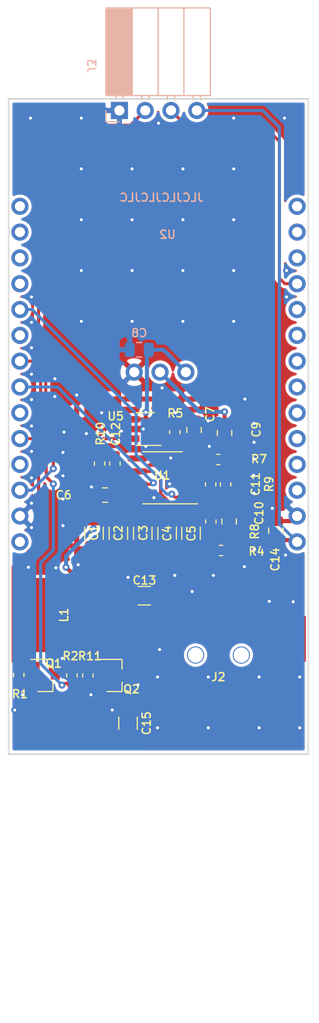
<source format=kicad_pcb>
(kicad_pcb (version 20171130) (host pcbnew "(5.1.6-0-10_14)")
  (layers (0 F.Cu signal) (1 In1.Cu power) (2 In2.Cu power) (31 B.Cu signal) (34 B.Paste user hide) (35 F.Paste user hide) (36 B.SilkS user) (37 F.SilkS user) (38 B.Mask user hide) (39 F.Mask user hide) (44 Edge.Cuts user))
  (net 0 "")
  (net 1 +5V)
  (net 2 GND)
  (net 3 "Net-(C7-Pad1)")
  (net 4 "Net-(R5-Pad2)")
  (net 5 "Net-(C1-Pad1)")
  (net 6 "Net-(C10-Pad2)")
  (net 7 "Net-(J2-Pad1)")
  (net 8 GPS_RX)
  (net 9 GPS_TX)
  (net 10 "Net-(C9-Pad2)")
  (net 11 "Net-(C9-Pad1)")
  (net 12 "Net-(C11-Pad2)")
  (net 13 "Net-(L1-Pad1)")
  (net 14 RADAR_ON)
  (net 15 LIGHT_ON)
  (net 16 "Net-(C2-Pad2)")
  (net 17 "Net-(C12-Pad2)")
  (net 18 "Net-(J1-Pad4)")
  (net 19 "Net-(J1-Pad3)")
  (net 20 "Net-(J1-Pad2)")
  (net 21 "Net-(J2-Pad3)")
  (net 22 "Net-(J2-Pad2)")
  (net 23 "Net-(U3-PadR3)")
  (net 24 "Net-(U3-PadR5)")
  (net 25 "Net-(U3-PadR14)")
  (net 26 "Net-(U3-PadR10)")
  (net 27 "Net-(U3-PadR9)")
  (net 28 "Net-(U3-PadR13)")
  (net 29 "Net-(U3-PadR8)")
  (net 30 "Net-(U3-PadR6)")
  (net 31 "Net-(U3-PadR12)")
  (net 32 "Net-(U3-PadR7)")
  (net 33 "Net-(U3-PadR4)")
  (net 34 "Net-(U3-PadL14)")
  (net 35 "Net-(U3-PadL13)")
  (net 36 "Net-(U3-PadL12)")
  (net 37 "Net-(U3-PadL11)")
  (net 38 "Net-(U3-PadL9)")
  (net 39 "Net-(U3-PadL6)")
  (net 40 "Net-(U3-PadL4)")
  (net 41 "Net-(U3-PadL1)")
  (net 42 "Net-(Q2-Pad1)")
  (net 43 "Net-(C6-Pad1)")
  (net 44 RADAR_OUT1)
  (net 45 RADAR_OUT2)
  (module a_manne:turtleboard (layer B.Cu) (at 100.1 100.3)
    (fp_text reference U3 hide)
    (fp_text value Turtle_adapter)
    (pad R3 thru_hole circle (at 13.64 6.32) (size 1.7 1.7) (drill 1) (layers *.Cu *.Mask) (net 23 "Net-(U3-PadR3)"))
    (pad R2 thru_hole circle (at 13.64 8.86) (size 1.7 1.7) (drill 1) (layers *.Cu *.Mask) (net 2 GND))
    (pad R5 thru_hole circle (at 13.64 1.24) (size 1.7 1.7) (drill 1) (layers *.Cu *.Mask) (net 24 "Net-(U3-PadR5)"))
    (pad R14 thru_hole circle (at 13.64 -21.62) (size 1.7 1.7) (drill 1) (layers *.Cu *.Mask) (net 25 "Net-(U3-PadR14)"))
    (pad R10 thru_hole circle (at 13.64 -11.46) (size 1.7 1.7) (drill 1) (layers *.Cu *.Mask) (net 26 "Net-(U3-PadR10)"))
    (pad R9 thru_hole circle (at 13.64 -8.92) (size 1.7 1.7) (drill 1) (layers *.Cu *.Mask) (net 27 "Net-(U3-PadR9)"))
    (pad R13 thru_hole circle (at 13.64 -19.08) (size 1.7 1.7) (drill 1) (layers *.Cu *.Mask) (net 28 "Net-(U3-PadR13)"))
    (pad R8 thru_hole circle (at 13.64 -6.38) (size 1.7 1.7) (drill 1) (layers *.Cu *.Mask) (net 29 "Net-(U3-PadR8)"))
    (pad R6 thru_hole circle (at 13.64 -1.3) (size 1.7 1.7) (drill 1) (layers *.Cu *.Mask) (net 30 "Net-(U3-PadR6)"))
    (pad R12 thru_hole circle (at 13.64 -16.54) (size 1.7 1.7) (drill 1) (layers *.Cu *.Mask) (net 31 "Net-(U3-PadR12)"))
    (pad R7 thru_hole circle (at 13.64 -3.84) (size 1.7 1.7) (drill 1) (layers *.Cu *.Mask) (net 32 "Net-(U3-PadR7)"))
    (pad R11 thru_hole circle (at 13.64 -14) (size 1.7 1.7) (drill 1) (layers *.Cu *.Mask) (net 8 GPS_RX))
    (pad R1 thru_hole circle (at 13.64 11.4) (size 1.7 1.7) (drill 1) (layers *.Cu *.Mask) (net 1 +5V))
    (pad R4 thru_hole circle (at 13.64 3.78) (size 1.7 1.7) (drill 1) (layers *.Cu *.Mask) (net 33 "Net-(U3-PadR4)"))
    (pad L14 thru_hole circle (at -13.64 -21.62) (size 1.7 1.7) (drill 1) (layers *.Cu *.Mask) (net 34 "Net-(U3-PadL14)"))
    (pad L13 thru_hole circle (at -13.64 -19.08) (size 1.7 1.7) (drill 1) (layers *.Cu *.Mask) (net 35 "Net-(U3-PadL13)"))
    (pad L12 thru_hole circle (at -13.64 -16.54) (size 1.7 1.7) (drill 1) (layers *.Cu *.Mask) (net 36 "Net-(U3-PadL12)"))
    (pad L11 thru_hole circle (at -13.64 -14) (size 1.7 1.7) (drill 1) (layers *.Cu *.Mask) (net 37 "Net-(U3-PadL11)"))
    (pad L10 thru_hole circle (at -13.64 -11.46) (size 1.7 1.7) (drill 1) (layers *.Cu *.Mask) (net 44 RADAR_OUT1))
    (pad L9 thru_hole circle (at -13.64 -8.92) (size 1.7 1.7) (drill 1) (layers *.Cu *.Mask) (net 38 "Net-(U3-PadL9)"))
    (pad L8 thru_hole circle (at -13.64 -6.38) (size 1.7 1.7) (drill 1) (layers *.Cu *.Mask) (net 15 LIGHT_ON))
    (pad L7 thru_hole circle (at -13.64 -3.84) (size 1.7 1.7) (drill 1) (layers *.Cu *.Mask) (net 45 RADAR_OUT2))
    (pad L6 thru_hole circle (at -13.64 -1.3) (size 1.7 1.7) (drill 1) (layers *.Cu *.Mask) (net 39 "Net-(U3-PadL6)"))
    (pad L5 thru_hole circle (at -13.64 1.24) (size 1.7 1.7) (drill 1) (layers *.Cu *.Mask) (net 14 RADAR_ON))
    (pad L4 thru_hole circle (at -13.64 3.78) (size 1.7 1.7) (drill 1) (layers *.Cu *.Mask) (net 40 "Net-(U3-PadL4)"))
    (pad L3 thru_hole circle (at -13.64 6.32) (size 1.7 1.7) (drill 1) (layers *.Cu *.Mask) (net 9 GPS_TX))
    (pad L2 thru_hole circle (at -13.64 8.86) (size 1.7 1.7) (drill 1) (layers *.Cu *.Mask) (net 2 GND))
    (pad L1 thru_hole circle (at -13.64 11.4) (size 1.7 1.7) (drill 1) (layers *.Cu *.Mask) (net 41 "Net-(U3-PadL1)"))
  )
  (module a_manne:pa4319 (layer F.Cu) (at 90.8 118.9 90)
    (fp_text reference L1 (at -0.01 0 90 unlocked) (layer F.SilkS) (effects (font (size 0.8 0.8))))
    (fp_text value 100u)
    (pad 2 smd rect (at 0 2.9 90) (size 7.3 3.5) (layers F.Cu F.Paste F.Mask) (net 5 "Net-(C1-Pad1)"))
    (pad 1 smd rect (at 0 -2.9 90) (size 7.3 3.5) (layers F.Cu F.Paste F.Mask) (net 13 "Net-(L1-Pad1)"))
  )
  (module Resistor_SMD:R_0603_1608Metric (layer F.Cu) (at 91.58 124.84 270)
    (fp_text reference R2 (at -1.9 0.14 unlocked) (layer F.SilkS) (effects (font (size 0.8 0.8))))
    (fp_text value 500)
    (pad 2 smd roundrect (at 0.7875 0 270) (size 0.875 0.95) (layers F.Cu F.Paste F.Mask) (net 15 LIGHT_ON))
    (pad 1 smd roundrect (at -0.7875 0 270) (size 0.875 0.95) (layers F.Cu F.Paste F.Mask) (net 42 "Net-(Q2-Pad1)"))
  )
  (module Capacitor_SMD:C_1206_3216Metric_Pad1.42x1.75mm_HandSolder (layer F.Cu) (at 97.1 129.55 270)
    (fp_text reference C15 (at 0 -1.82 90 unlocked) (layer F.SilkS) (effects (font (size 0.8 0.8))))
    (fp_text value 100u)
    (pad 2 smd roundrect (at 1.4875 0 270) (size 1.425 1.75) (layers F.Cu F.Paste F.Mask) (roundrect_rratio 0.175439) (net 2 GND))
    (pad 1 smd roundrect (at -1.4875 0 270) (size 1.425 1.75) (layers F.Cu F.Paste F.Mask) (roundrect_rratio 0.175439) (net 1 +5V))
  )
  (module Capacitor_SMD:C_1206_3216Metric_Pad1.42x1.75mm_HandSolder (layer F.Cu) (at 98.71 117 180)
    (fp_text reference C13 (at 0 1.51 unlocked) (layer F.SilkS) (effects (font (size 0.8 0.8))))
    (fp_text value 100u)
    (pad 2 smd roundrect (at 1.4875 0 180) (size 1.425 1.75) (layers F.Cu F.Paste F.Mask) (roundrect_rratio 0.175439) (net 2 GND))
    (pad 1 smd roundrect (at -1.4875 0 180) (size 1.425 1.75) (layers F.Cu F.Paste F.Mask) (roundrect_rratio 0.175439) (net 1 +5V))
  )
  (module Capacitor_SMD:C_1206_3216Metric_Pad1.42x1.75mm_HandSolder (layer F.Cu) (at 103.3 110.85 270)
    (fp_text reference C5 (at 0.03 -0.02 90 unlocked) (layer F.SilkS) (effects (font (size 0.8 0.8))))
    (fp_text value 100u)
    (pad 2 smd roundrect (at 1.4875 0 270) (size 1.425 1.75) (layers F.Cu F.Paste F.Mask) (roundrect_rratio 0.175439) (net 16 "Net-(C2-Pad2)"))
    (pad 1 smd roundrect (at -1.4875 0 270) (size 1.425 1.75) (layers F.Cu F.Paste F.Mask) (roundrect_rratio 0.175439) (net 5 "Net-(C1-Pad1)"))
  )
  (module Capacitor_SMD:C_1206_3216Metric_Pad1.42x1.75mm_HandSolder (layer F.Cu) (at 100.95 110.85 270)
    (fp_text reference C4 (at 0.02 0 90 unlocked) (layer F.SilkS) (effects (font (size 0.8 0.8))))
    (fp_text value 100u)
    (pad 2 smd roundrect (at 1.4875 0 270) (size 1.425 1.75) (layers F.Cu F.Paste F.Mask) (roundrect_rratio 0.175439) (net 16 "Net-(C2-Pad2)"))
    (pad 1 smd roundrect (at -1.4875 0 270) (size 1.425 1.75) (layers F.Cu F.Paste F.Mask) (roundrect_rratio 0.175439) (net 5 "Net-(C1-Pad1)"))
  )
  (module Capacitor_SMD:C_1206_3216Metric_Pad1.42x1.75mm_HandSolder (layer F.Cu) (at 98.55 110.85 270)
    (fp_text reference C3 (at -0.03 -0.05 90 unlocked) (layer F.SilkS) (effects (font (size 0.8 0.8))))
    (fp_text value 100u)
    (pad 2 smd roundrect (at 1.4875 0 270) (size 1.425 1.75) (layers F.Cu F.Paste F.Mask) (roundrect_rratio 0.175439) (net 16 "Net-(C2-Pad2)"))
    (pad 1 smd roundrect (at -1.4875 0 270) (size 1.425 1.75) (layers F.Cu F.Paste F.Mask) (roundrect_rratio 0.175439) (net 5 "Net-(C1-Pad1)"))
  )
  (module Capacitor_SMD:C_1206_3216Metric_Pad1.42x1.75mm_HandSolder (layer F.Cu) (at 96.15 110.85 270)
    (fp_text reference C2 (at -0.01 0 90 unlocked) (layer F.SilkS) (effects (font (size 0.8 0.8))))
    (fp_text value 100u)
    (pad 2 smd roundrect (at 1.4875 0 270) (size 1.425 1.75) (layers F.Cu F.Paste F.Mask) (roundrect_rratio 0.175439) (net 16 "Net-(C2-Pad2)"))
    (pad 1 smd roundrect (at -1.4875 0 270) (size 1.425 1.75) (layers F.Cu F.Paste F.Mask) (roundrect_rratio 0.175439) (net 5 "Net-(C1-Pad1)"))
  )
  (module Capacitor_SMD:C_1206_3216Metric_Pad1.42x1.75mm_HandSolder (layer F.Cu) (at 93.75 110.85 270)
    (fp_text reference C1 (at -0.04 0.01 90 unlocked) (layer F.SilkS) (effects (font (size 0.8 0.8))))
    (fp_text value 100u)
    (pad 2 smd roundrect (at 1.4875 0 270) (size 1.425 1.75) (layers F.Cu F.Paste F.Mask) (roundrect_rratio 0.175439) (net 2 GND))
    (pad 1 smd roundrect (at -1.4875 0 270) (size 1.425 1.75) (layers F.Cu F.Paste F.Mask) (roundrect_rratio 0.175439) (net 5 "Net-(C1-Pad1)"))
  )
  (module Resistor_SMD:R_0603_1608Metric (layer F.Cu) (at 93.15 124.85 90)
    (fp_text reference R11 (at 1.91 0.19 unlocked) (layer F.SilkS) (effects (font (size 0.8 0.8))))
    (fp_text value 47k)
    (pad 2 smd roundrect (at 0.7875 0 90) (size 0.875 0.95) (layers F.Cu F.Paste F.Mask) (net 42 "Net-(Q2-Pad1)"))
    (pad 1 smd roundrect (at -0.7875 0 90) (size 0.875 0.95) (layers F.Cu F.Paste F.Mask) (net 1 +5V))
  )
  (module Resistor_SMD:R_0603_1608Metric (layer F.Cu) (at 94.3 104 90)
    (fp_text reference R10 (at 2.95 0.09 90 unlocked) (layer F.SilkS) (effects (font (size 0.8 0.8))))
    (fp_text value 590k)
    (pad 2 smd roundrect (at 0.7875 0 90) (size 0.875 0.95) (layers F.Cu F.Paste F.Mask) (net 17 "Net-(C12-Pad2)"))
    (pad 1 smd roundrect (at -0.7875 0 90) (size 0.875 0.95) (layers F.Cu F.Paste F.Mask) (net 45 RADAR_OUT2))
  )
  (module Resistor_SMD:R_0603_1608Metric (layer F.Cu) (at 106.7 106.05 90)
    (fp_text reference R9 (at 0.03 4.28 90 unlocked) (layer F.SilkS) (effects (font (size 0.8 0.8))))
    (fp_text value 590k)
    (pad 2 smd roundrect (at 0.7875 0 90) (size 0.875 0.95) (layers F.Cu F.Paste F.Mask) (net 12 "Net-(C11-Pad2)"))
    (pad 1 smd roundrect (at -0.7875 0 90) (size 0.875 0.95) (layers F.Cu F.Paste F.Mask) (net 44 RADAR_OUT1))
  )
  (module Resistor_SMD:R_0603_1608Metric (layer F.Cu) (at 105.25 109.7 90)
    (fp_text reference R8 (at -0.99 4.32 90 unlocked) (layer F.SilkS) (effects (font (size 0.8 0.8))))
    (fp_text value 4k7)
    (pad 2 smd roundrect (at 0.7875 0 90) (size 0.875 0.95) (layers F.Cu F.Paste F.Mask) (net 17 "Net-(C12-Pad2)"))
    (pad 1 smd roundrect (at -0.7875 0 90) (size 0.875 0.95) (layers F.Cu F.Paste F.Mask) (net 6 "Net-(C10-Pad2)"))
  )
  (module Resistor_SMD:R_0603_1608Metric (layer F.Cu) (at 105.9875 103.6 180)
    (fp_text reference R7 (at -4.0025 0.05 unlocked) (layer F.SilkS) (effects (font (size 0.8 0.8))))
    (fp_text value 4k7)
    (pad 2 smd roundrect (at 0.7875 0 180) (size 0.875 0.95) (layers F.Cu F.Paste F.Mask) (net 12 "Net-(C11-Pad2)"))
    (pad 1 smd roundrect (at -0.7875 0 180) (size 0.875 0.95) (layers F.Cu F.Paste F.Mask) (net 11 "Net-(C9-Pad1)"))
  )
  (module Resistor_SMD:R_0603_1608Metric (layer F.Cu) (at 101.7 100.9 270)
    (fp_text reference R5 (at -1.85 -0.05 unlocked) (layer F.SilkS) (effects (font (size 0.8 0.8))))
    (fp_text value 4k7)
    (pad 2 smd roundrect (at 0.7875 0 270) (size 0.875 0.95) (layers F.Cu F.Paste F.Mask) (net 4 "Net-(R5-Pad2)"))
    (pad 1 smd roundrect (at -0.7875 0 270) (size 0.875 0.95) (layers F.Cu F.Paste F.Mask) (net 3 "Net-(C7-Pad1)"))
  )
  (module Resistor_SMD:R_0603_1608Metric (layer F.Cu) (at 106.25 112.55)
    (fp_text reference R4 (at 3.5 0.09 unlocked) (layer F.SilkS) (effects (font (size 0.8 0.8))))
    (fp_text value 1R0)
    (pad 2 smd roundrect (at 0.7875 0) (size 0.875 0.95) (layers F.Cu F.Paste F.Mask) (net 2 GND))
    (pad 1 smd roundrect (at -0.7875 0) (size 0.875 0.95) (layers F.Cu F.Paste F.Mask) (net 16 "Net-(C2-Pad2)"))
  )
  (module Resistor_SMD:R_0603_1608Metric (layer F.Cu) (at 86.35 124.8 90)
    (fp_text reference R1 (at -1.88 0.11 unlocked) (layer F.SilkS) (effects (font (size 0.8 0.8))))
    (fp_text value 47k)
    (pad 2 smd roundrect (at 0.7875 0 90) (size 0.875 0.95) (layers F.Cu F.Paste F.Mask) (net 14 RADAR_ON))
    (pad 1 smd roundrect (at -0.7875 0 90) (size 0.875 0.95) (layers F.Cu F.Paste F.Mask) (net 1 +5V))
  )
  (module Capacitor_SMD:C_0805_2012Metric (layer F.Cu) (at 111.65 110.59 90)
    (fp_text reference C14 (at -2.85 -0.07 90 unlocked) (layer F.SilkS) (effects (font (size 0.8 0.8))))
    (fp_text value 10u)
    (pad 2 smd roundrect (at 0.9375 0 90) (size 0.975 1.4) (layers F.Cu F.Paste F.Mask) (net 2 GND))
    (pad 1 smd roundrect (at -0.9375 0 90) (size 0.975 1.4) (layers F.Cu F.Paste F.Mask) (net 1 +5V))
  )
  (module Capacitor_SMD:C_0603_1608Metric (layer F.Cu) (at 105.23 106.05 90)
    (fp_text reference C11 (at 0.03 4.42 90 unlocked) (layer F.SilkS) (effects (font (size 0.8 0.8))))
    (fp_text value 270p)
    (pad 2 smd roundrect (at 0.7875 0 90) (size 0.875 0.95) (layers F.Cu F.Paste F.Mask) (net 12 "Net-(C11-Pad2)"))
    (pad 1 smd roundrect (at -0.7875 0 90) (size 0.875 0.95) (layers F.Cu F.Paste F.Mask) (net 44 RADAR_OUT1))
  )
  (module Capacitor_SMD:C_0805_2012Metric (layer F.Cu) (at 107.05 109.7 270)
    (fp_text reference C10 (at -0.83 -2.95 90 unlocked) (layer F.SilkS) (effects (font (size 0.8 0.8))))
    (fp_text value 10u)
    (pad 2 smd roundrect (at 0.9375 0 270) (size 0.975 1.4) (layers F.Cu F.Paste F.Mask) (net 6 "Net-(C10-Pad2)"))
    (pad 1 smd roundrect (at -0.9375 0 270) (size 0.975 1.4) (layers F.Cu F.Paste F.Mask) (net 44 RADAR_OUT1))
  )
  (module Capacitor_SMD:C_0805_2012Metric (layer F.Cu) (at 106.6 101 90)
    (fp_text reference C9 (at 0.35 3.12 90 unlocked) (layer F.SilkS) (effects (font (size 0.8 0.8))))
    (fp_text value 10u)
    (pad 2 smd roundrect (at 0.9375 0 90) (size 0.975 1.4) (layers F.Cu F.Paste F.Mask) (net 10 "Net-(C9-Pad2)"))
    (pad 1 smd roundrect (at -0.9375 0 90) (size 0.975 1.4) (layers F.Cu F.Paste F.Mask) (net 11 "Net-(C9-Pad1)"))
  )
  (module Capacitor_SMD:C_0805_2012Metric (layer B.Cu) (at 98.2 92.8 180)
    (fp_text reference C8 (at 0 1.65 unlocked) (layer B.SilkS) (effects (font (size 0.8 0.8)) (justify mirror)))
    (fp_text value 10u)
    (pad 2 smd roundrect (at 0.9375 0 180) (size 0.975 1.4) (layers B.Cu B.Paste B.Mask) (net 2 GND))
    (pad 1 smd roundrect (at -0.9375 0 180) (size 0.975 1.4) (layers B.Cu B.Paste B.Mask) (net 5 "Net-(C1-Pad1)"))
  )
  (module Capacitor_SMD:C_0805_2012Metric (layer F.Cu) (at 103.6 100.7 270)
    (fp_text reference C7 (at -1.55 -1.58 90 unlocked) (layer F.SilkS) (effects (font (size 0.8 0.8))))
    (fp_text value 10u)
    (pad 2 smd roundrect (at 0.9375 0 270) (size 0.975 1.4) (layers F.Cu F.Paste F.Mask) (net 2 GND))
    (pad 1 smd roundrect (at -0.9375 0 270) (size 0.975 1.4) (layers F.Cu F.Paste F.Mask) (net 3 "Net-(C7-Pad1)"))
  )
  (module Capacitor_SMD:C_0805_2012Metric (layer F.Cu) (at 94.85 107.1 180)
    (fp_text reference C6 (at 4.08 0 unlocked) (layer F.SilkS) (effects (font (size 0.8 0.8))))
    (fp_text value 10u)
    (pad 2 smd roundrect (at 0.9375 0 180) (size 0.975 1.4) (layers F.Cu F.Paste F.Mask) (net 2 GND))
    (pad 1 smd roundrect (at -0.9375 0 180) (size 0.975 1.4) (layers F.Cu F.Paste F.Mask) (net 43 "Net-(C6-Pad1)"))
  )
  (module Capacitor_SMD:C_0603_1608Metric (layer F.Cu) (at 95.81 104 90)
    (fp_text reference C12 (at 2.91 0.09 90 unlocked) (layer F.SilkS) (effects (font (size 0.8 0.8))))
    (fp_text value 270p)
    (pad 2 smd roundrect (at 0.7875 0 90) (size 0.875 0.95) (layers F.Cu F.Paste F.Mask) (net 17 "Net-(C12-Pad2)"))
    (pad 1 smd roundrect (at -0.7875 0 90) (size 0.875 0.95) (layers F.Cu F.Paste F.Mask) (net 45 RADAR_OUT2))
  )
  (module a_manne:sms-202c (layer F.Cu) (at 100.3 105.9)
    (fp_text reference U4 hide)
    (fp_text value emi_shield)
    (pad 1 smd rect (at 8.255 6.19125 270) (size 2.06375 0.5) (layers F.Cu F.Paste F.Mask) (net 2 GND))
    (pad 1 smd rect (at 6.19125 8.255 180) (size 2.06375 0.5) (layers F.Cu F.Paste F.Mask) (net 2 GND))
    (pad 1 smd rect (at -6.19125 8.255 180) (size 2.06375 0.5) (layers F.Cu F.Paste F.Mask) (net 2 GND))
    (pad 1 smd rect (at -8.255 6.19125 90) (size 2.06375 0.5) (layers F.Cu F.Paste F.Mask) (net 2 GND))
    (pad 1 smd rect (at -8.255 -6.19125 90) (size 2.06375 0.5) (layers F.Cu F.Paste F.Mask) (net 2 GND))
    (pad 1 smd rect (at -6.19125 -8.255) (size 2.06375 0.5) (layers F.Cu F.Paste F.Mask) (net 2 GND))
    (pad 1 smd rect (at 6.19125 -8.255) (size 2.06375 0.5) (layers F.Cu F.Paste F.Mask) (net 2 GND))
    (pad 1 smd rect (at 8.255 -6.19125 270) (size 2.06375 0.5) (layers F.Cu F.Paste F.Mask) (net 2 GND))
    (pad 1 smd rect (at -2.06375 8.255) (size 2.06375 0.5) (layers F.Cu F.Paste F.Mask) (net 2 GND))
    (pad 1 smd rect (at -4.1275 8.255) (size 2.06375 0.5) (layers F.Cu F.Paste F.Mask) (net 2 GND))
    (pad 1 smd rect (at -8.255 4.1275 270) (size 2.06375 0.5) (layers F.Cu F.Paste F.Mask) (net 2 GND))
    (pad 1 smd rect (at -8.255 2.06375 270) (size 2.06375 0.5) (layers F.Cu F.Paste F.Mask) (net 2 GND))
    (pad 1 smd rect (at -8.255 0 270) (size 2.06375 0.5) (layers F.Cu F.Paste F.Mask) (net 2 GND))
    (pad 1 smd rect (at -8.255 -2.06375 270) (size 2.06375 0.5) (layers F.Cu F.Paste F.Mask) (net 2 GND))
    (pad 1 smd rect (at -8.255 -4.1275 270) (size 2.06375 0.5) (layers F.Cu F.Paste F.Mask) (net 2 GND))
    (pad 1 smd rect (at -4.1275 -8.255 180) (size 2.06375 0.5) (layers F.Cu F.Paste F.Mask) (net 2 GND))
    (pad 1 smd rect (at -2.06375 -8.255 180) (size 2.06375 0.5) (layers F.Cu F.Paste F.Mask) (net 2 GND))
    (pad 1 smd rect (at 0 -8.255 180) (size 2.06375 0.5) (layers F.Cu F.Paste F.Mask) (net 2 GND))
    (pad 1 smd rect (at 2.06375 -8.255 180) (size 2.06375 0.5) (layers F.Cu F.Paste F.Mask) (net 2 GND))
    (pad 1 smd rect (at 4.1275 -8.255 180) (size 2.06375 0.5) (layers F.Cu F.Paste F.Mask) (net 2 GND))
    (pad 1 smd rect (at 8.255 -4.1275 90) (size 2.06375 0.5) (layers F.Cu F.Paste F.Mask) (net 2 GND))
    (pad 1 smd rect (at 8.255 -2.06375 90) (size 2.06375 0.5) (layers F.Cu F.Paste F.Mask) (net 2 GND))
    (pad 1 smd rect (at 8.255 0 90) (size 2.06375 0.5) (layers F.Cu F.Paste F.Mask) (net 2 GND))
    (pad 1 smd rect (at 8.255 2.06375 90) (size 2.06375 0.5) (layers F.Cu F.Paste F.Mask) (net 2 GND))
    (pad 1 smd rect (at 8.255 4.1275 90) (size 2.06375 0.5) (layers F.Cu F.Paste F.Mask) (net 2 GND))
    (pad 1 smd rect (at 4.1275 8.255) (size 2.06375 0.5) (layers F.Cu F.Paste F.Mask) (net 2 GND))
    (pad 1 smd rect (at 2.06375 8.255) (size 2.06375 0.5) (layers F.Cu F.Paste F.Mask) (net 2 GND))
    (pad 1 smd rect (at 0 8.255) (size 2.06375 0.5) (layers F.Cu F.Paste F.Mask) (net 2 GND))
  )
  (module a_manne:usb-a (layer F.Cu) (at 106 119 180)
    (fp_text reference J2 (at 0 -6 unlocked) (layer F.SilkS) (effects (font (size 0.8 0.8) (thickness 0.153))))
    (fp_text value USB_A)
    (pad "" thru_hole circle (at -2.25 -3.84 180) (size 1.7 1.7) (drill 1.5) (layers *.Cu *.Mask))
    (pad "" thru_hole circle (at 2.25 -3.84 180) (size 1.7 1.7) (drill 1.5) (layers *.Cu *.Mask))
    (pad 5 smd rect (at 7.5 -2.25 180) (size 2.2 4.5) (layers F.Cu F.Paste F.Mask) (net 2 GND))
    (pad 5 smd rect (at -7.5 -2.25 180) (size 2.2 4.5) (layers F.Cu F.Paste F.Mask) (net 2 GND))
    (pad 1 smd rect (at 3.5 0.2 180) (size 1.12 3.08) (layers F.Cu F.Paste F.Mask) (net 7 "Net-(J2-Pad1)"))
    (pad 2 smd rect (at 1 0.2 180) (size 1.12 3.08) (layers F.Cu F.Paste F.Mask) (net 22 "Net-(J2-Pad2)"))
    (pad 3 smd rect (at -1 0.2 180) (size 1.12 3.08) (layers F.Cu F.Paste F.Mask) (net 21 "Net-(J2-Pad3)"))
    (pad 4 smd rect (at -3.5 0.2 180) (size 1.12 3.08) (layers F.Cu F.Paste F.Mask) (net 2 GND))
  )
  (module Package_TO_SOT_SMD:SOT-23-5 (layer F.Cu) (at 98.8 100.6 180)
    (fp_text reference U5 (at 2.92 1.26 unlocked) (layer F.SilkS) (effects (font (size 0.8 0.8))))
    (fp_text value REF20xx)
    (pad 5 smd rect (at 1.1 -0.95 180) (size 1.06 0.65) (layers F.Cu F.Paste F.Mask) (net 43 "Net-(C6-Pad1)"))
    (pad 4 smd rect (at 1.1 0.95 180) (size 1.06 0.65) (layers F.Cu F.Paste F.Mask) (net 5 "Net-(C1-Pad1)"))
    (pad 3 smd rect (at -1.1 0.95 180) (size 1.06 0.65) (layers F.Cu F.Paste F.Mask) (net 5 "Net-(C1-Pad1)"))
    (pad 2 smd rect (at -1.1 0 180) (size 1.06 0.65) (layers F.Cu F.Paste F.Mask) (net 2 GND))
    (pad 1 smd rect (at -1.1 -0.95 180) (size 1.06 0.65) (layers F.Cu F.Paste F.Mask) (net 3 "Net-(C7-Pad1)"))
  )
  (module Package_SO:SOIC-8_3.9x4.9mm_P1.27mm (layer F.Cu) (at 100.5 105.4 180)
    (fp_text reference U1 (at 0.03 0.23 unlocked) (layer F.SilkS) (effects (font (size 0.8 0.8) (thickness 0.153))))
    (fp_text value OPA2365)
    (pad 8 smd roundrect (at 2.475 -1.905 180) (size 1.95 0.6) (layers F.Cu F.Paste F.Mask) (net 43 "Net-(C6-Pad1)"))
    (pad 7 smd roundrect (at 2.475 -0.635 180) (size 1.95 0.6) (layers F.Cu F.Paste F.Mask) (net 45 RADAR_OUT2))
    (pad 6 smd roundrect (at 2.475 0.635 180) (size 1.95 0.6) (layers F.Cu F.Paste F.Mask) (net 17 "Net-(C12-Pad2)"))
    (pad 5 smd roundrect (at 2.475 1.905 180) (size 1.95 0.6) (layers F.Cu F.Paste F.Mask) (net 4 "Net-(R5-Pad2)"))
    (pad 4 smd roundrect (at -2.475 1.905 180) (size 1.95 0.6) (layers F.Cu F.Paste F.Mask) (net 2 GND))
    (pad 3 smd roundrect (at -2.475 0.635 180) (size 1.95 0.6) (layers F.Cu F.Paste F.Mask) (net 4 "Net-(R5-Pad2)"))
    (pad 2 smd roundrect (at -2.475 -0.635 180) (size 1.95 0.6) (layers F.Cu F.Paste F.Mask) (net 12 "Net-(C11-Pad2)"))
    (pad 1 smd roundrect (at -2.475 -1.905 180) (size 1.95 0.6) (layers F.Cu F.Paste F.Mask) (net 44 RADAR_OUT1))
  )
  (module Package_TO_SOT_SMD:SOT-23 (layer F.Cu) (at 88.95 124.85)
    (fp_text reference Q1 (at 0.83 -1.18 unlocked) (layer F.SilkS) (effects (font (size 0.8 0.8) (thickness 0.153))))
    (fp_text value Q_PMOS_GSD)
    (pad 3 smd rect (at 1 0) (size 0.9 0.8) (layers F.Cu F.Paste F.Mask) (net 13 "Net-(L1-Pad1)"))
    (pad 2 smd rect (at -1 0.95) (size 0.9 0.8) (layers F.Cu F.Paste F.Mask) (net 1 +5V))
    (pad 1 smd rect (at -1 -0.95) (size 0.9 0.8) (layers F.Cu F.Paste F.Mask) (net 14 RADAR_ON))
  )
  (module Package_TO_SOT_SMD:SOT-23 (layer F.Cu) (at 95.75 124.85)
    (fp_text reference Q2 (at 1.69 1.35 unlocked) (layer F.SilkS) (effects (font (size 0.8 0.8) (thickness 0.153))))
    (fp_text value Q_PMOS_GSD)
    (pad 3 smd rect (at 1 0) (size 0.9 0.8) (layers F.Cu F.Paste F.Mask) (net 7 "Net-(J2-Pad1)"))
    (pad 2 smd rect (at -1 0.95) (size 0.9 0.8) (layers F.Cu F.Paste F.Mask) (net 1 +5V))
    (pad 1 smd rect (at -1 -0.95) (size 0.9 0.8) (layers F.Cu F.Paste F.Mask) (net 42 "Net-(Q2-Pad1)"))
  )
  (module a_manne:cdm324 (layer B.Cu) (at 100.25 84 180)
    (fp_text reference U2 (at -0.74 2.54 unlocked) (layer B.SilkS) (effects (font (size 0.8 0.8) (thickness 0.153)) (justify mirror)))
    (fp_text value cdm324)
    (pad 3 thru_hole circle (at 2.54 -11 180) (size 1.7 1.7) (drill 1) (layers *.Cu *.Mask) (net 2 GND))
    (pad 2 thru_hole circle (at 0 -11 180) (size 1.7 1.7) (drill 1) (layers *.Cu *.Mask) (net 10 "Net-(C9-Pad2)"))
    (pad 1 thru_hole circle (at -2.54 -11 180) (size 1.7 1.7) (drill 1) (layers *.Cu *.Mask) (net 5 "Net-(C1-Pad1)"))
  )
  (module Connector_PinSocket_2.54mm:PinSocket_1x04_P2.54mm_Horizontal (layer B.Cu) (at 96.25 69.25 270)
    (fp_text reference J3 (at -4.38 2.77 270 unlocked) (layer B.SilkS) (effects (font (size 0.8 0.8) (thickness 0.153)) (justify mirror)))
    (fp_text value Conn_01x04_Male)
    (pad 4 thru_hole oval (at 0 -7.62 270) (size 1.7 1.7) (drill 1) (layers *.Cu *.Mask) (net 1 +5V))
    (pad 3 thru_hole oval (at 0 -5.08 270) (size 1.7 1.7) (drill 1) (layers *.Cu *.Mask) (net 8 GPS_RX))
    (pad 2 thru_hole oval (at 0 -2.54 270) (size 1.7 1.7) (drill 1) (layers *.Cu *.Mask) (net 9 GPS_TX))
    (pad 1 thru_hole rect (at 0 0 270) (size 1.7 1.7) (drill 1) (layers *.Cu *.Mask) (net 2 GND))
  )
  (module a_manne:usb-micro (layer F.Cu) (at 90.75 130.75)
    (fp_text reference J1 hide)
    (fp_text value USB_B_Micro)
    (pad 5 smd rect (at 1.3 -2.675) (size 0.4 1.95) (layers F.Cu F.Paste F.Mask) (net 2 GND))
    (pad 4 smd rect (at 0.65 -2.675) (size 0.4 1.95) (layers F.Cu F.Paste F.Mask) (net 18 "Net-(J1-Pad4)"))
    (pad 3 smd rect (at 0 -2.675) (size 0.4 1.95) (layers F.Cu F.Paste F.Mask) (net 19 "Net-(J1-Pad3)"))
    (pad 2 smd rect (at -0.65 -2.675) (size 0.4 1.95) (layers F.Cu F.Paste F.Mask) (net 20 "Net-(J1-Pad2)"))
    (pad 1 smd rect (at -1.3 -2.675) (size 0.4 1.95) (layers F.Cu F.Paste F.Mask) (net 1 +5V))
    (pad 6 smd rect (at 3.1 -2.55) (size 2.1 1.6) (layers F.Cu F.Paste F.Mask) (net 2 GND))
    (pad 6 smd rect (at -3.1 -2.55) (size 2.1 1.6) (layers F.Cu F.Paste F.Mask) (net 2 GND))
    (pad 6 smd rect (at 3.75 0) (size 1.9 1.9) (layers F.Cu F.Paste F.Mask) (net 2 GND))
    (pad 6 smd rect (at -3.75 0) (size 1.9 1.9) (layers F.Cu F.Paste F.Mask) (net 2 GND))
    (pad 6 smd rect (at 1.2 0) (size 1.9 1.9) (layers F.Cu F.Paste F.Mask) (net 2 GND))
    (pad 6 smd rect (at -1.2 0) (size 1.9 1.9) (layers F.Cu F.Paste F.Mask) (net 2 GND))
  )
  (gr_text JLCJLCJLCJLC (at 100.4 77.82) (layer B.SilkS) (effects (font (size 0.8 0.8) (thickness 0.153)) (justify mirror)))
  (gr_line (start 85.35 132.6) (end 85.35 68.1) (layer Edge.Cuts) (width 0.15))
  (gr_line (start 114.85 132.6) (end 85.35 132.6) (layer Edge.Cuts) (width 0.15))
  (gr_line (start 114.85 68.1) (end 114.85 132.6) (layer Edge.Cuts) (width 0.15))
  (gr_line (start 85.35 68.1) (end 114.85 68.1) (layer Edge.Cuts) (width 0.15))
  (segment (start 88.025 125.725) (end 88.1 125.8) (width 0.4) (layer F.Cu) (net 1))
  (segment (start 103.87 69.25) (end 103.75 69.25) (width 0.3) (layer F.Cu) (net 1))
  (segment (start 97.1 128.0625) (end 97.1 128.0125) (width 0.4) (layer F.Cu) (net 1))
  (segment (start 111.3 111.725) (end 111.254998 111.725) (width 0.4) (layer F.Cu) (net 1))
  (segment (start 87.825 125.675) (end 87.95 125.8) (width 0.4) (layer F.Cu) (net 1))
  (segment (start 86.35 125.675) (end 87.825 125.675) (width 0.4) (layer F.Cu) (net 1))
  (segment (start 89.45 127.3) (end 87.95 125.8) (width 0.4) (layer F.Cu) (net 1))
  (segment (start 89.45 128.075) (end 89.45 127.3) (width 0.4) (layer F.Cu) (net 1))
  (segment (start 89.45 126.829998) (end 89.45 128.075) (width 0.4) (layer F.Cu) (net 1))
  (segment (start 89.629988 126.65001) (end 89.45 126.829998) (width 0.4) (layer F.Cu) (net 1))
  (segment (start 92.22499 126.65001) (end 89.629988 126.65001) (width 0.4) (layer F.Cu) (net 1))
  (segment (start 93.15 125.725) (end 92.22499 126.65001) (width 0.4) (layer F.Cu) (net 1))
  (segment (start 95.600001 123.949999) (end 96.999999 122.550001) (width 0.4) (layer F.Cu) (net 1))
  (segment (start 95.600001 124.949999) (end 95.600001 123.949999) (width 0.4) (layer F.Cu) (net 1))
  (segment (start 94.75 125.8) (end 95.600001 124.949999) (width 0.4) (layer F.Cu) (net 1))
  (segment (start 94.675 125.725) (end 94.75 125.8) (width 0.4) (layer F.Cu) (net 1))
  (segment (start 93.15 125.725) (end 94.675 125.725) (width 0.4) (layer F.Cu) (net 1))
  (segment (start 97.0125 128.0625) (end 94.75 125.8) (width 0.4) (layer F.Cu) (net 1))
  (segment (start 97.1 128.0625) (end 97.0125 128.0625) (width 0.7) (layer F.Cu) (net 1))
  (segment (start 111.999999 70.899999) (end 110.35 69.25) (width 0.3) (layer B.Cu) (net 1))
  (segment (start 111.999999 109.959999) (end 111.999999 70.899999) (width 0.3) (layer B.Cu) (net 1))
  (segment (start 110.35 69.25) (end 103.87 69.25) (width 0.3) (layer B.Cu) (net 1))
  (segment (start 113.74 111.7) (end 111.999999 109.959999) (width 0.3) (layer B.Cu) (net 1))
  (segment (start 98.92249 118.27501) (end 100.1975 117) (width 0.4) (layer F.Cu) (net 1))
  (segment (start 97.404988 118.27501) (end 98.92249 118.27501) (width 0.4) (layer F.Cu) (net 1))
  (segment (start 96.999999 118.679999) (end 97.404988 118.27501) (width 0.4) (layer F.Cu) (net 1))
  (segment (start 96.999999 122.550001) (end 96.999999 118.679999) (width 0.4) (layer F.Cu) (net 1))
  (segment (start 101.357501 115.839999) (end 100.1975 117) (width 0.4) (layer F.Cu) (net 1))
  (segment (start 107.970003 115.839999) (end 101.357501 115.839999) (width 0.4) (layer F.Cu) (net 1))
  (segment (start 111.65 112.160002) (end 111.65 111.5275) (width 0.4) (layer F.Cu) (net 1))
  (segment (start 107.970003 115.839999) (end 111.65 112.160002) (width 0.4) (layer F.Cu) (net 1))
  (segment (start 113.5675 111.5275) (end 113.74 111.7) (width 0.4) (layer F.Cu) (net 1))
  (segment (start 111.65 111.5275) (end 113.5675 111.5275) (width 0.4) (layer F.Cu) (net 1))
  (segment (start 87.65 130.1) (end 87 130.75) (width 0.4) (layer F.Cu) (net 2))
  (segment (start 87.65 128.2) (end 87.65 130.1) (width 0.4) (layer F.Cu) (net 2))
  (segment (start 87 130.75) (end 89.55 130.75) (width 0.4) (layer F.Cu) (net 2))
  (segment (start 89.55 130.75) (end 91.95 130.75) (width 0.4) (layer F.Cu) (net 2))
  (segment (start 91.95 130.75) (end 94.5 130.75) (width 0.4) (layer F.Cu) (net 2))
  (segment (start 93.85 130.1) (end 94.5 130.75) (width 0.4) (layer F.Cu) (net 2))
  (segment (start 93.85 128.2) (end 93.85 130.1) (width 0.4) (layer F.Cu) (net 2))
  (segment (start 93.725 128.075) (end 93.85 128.2) (width 0.4) (layer F.Cu) (net 2))
  (segment (start 92.05 128.075) (end 93.725 128.075) (width 0.4) (layer F.Cu) (net 2))
  (segment (start 94.2 128.2) (end 93.85 128.2) (width 0.4) (layer F.Cu) (net 2))
  (segment (start 108.09625 112.55) (end 108.555 112.09125) (width 0.4) (layer F.Cu) (net 2))
  (segment (start 107.125 112.55) (end 108.09625 112.55) (width 0.4) (layer F.Cu) (net 2))
  (segment (start 107.125 113.52125) (end 106.49125 114.155) (width 0.4) (layer F.Cu) (net 2))
  (segment (start 107.125 112.55) (end 107.125 113.52125) (width 0.4) (layer F.Cu) (net 2))
  (segment (start 93.75 113.79625) (end 94.10875 114.155) (width 0.4) (layer F.Cu) (net 2))
  (segment (start 93.75 112.3375) (end 93.75 113.79625) (width 0.4) (layer F.Cu) (net 2))
  (segment (start 92.29125 112.3375) (end 92.045 112.09125) (width 0.4) (layer F.Cu) (net 2))
  (segment (start 93.75 112.3375) (end 92.29125 112.3375) (width 0.4) (layer F.Cu) (net 2))
  (via (at 105.1 102.3) (size 0.7) (drill 0.3) (layers F.Cu B.Cu) (net 2))
  (via (at 87.5 70) (size 0.7) (drill 0.3) (layers F.Cu B.Cu) (net 2))
  (via (at 92.5 70) (size 0.7) (drill 0.3) (layers F.Cu B.Cu) (net 2))
  (via (at 92.5 75) (size 0.7) (drill 0.3) (layers F.Cu B.Cu) (net 2))
  (via (at 92.5 80) (size 0.7) (drill 0.3) (layers F.Cu B.Cu) (net 2))
  (via (at 92.5 85) (size 0.7) (drill 0.3) (layers F.Cu B.Cu) (net 2))
  (via (at 92.5 90) (size 0.7) (drill 0.3) (layers F.Cu B.Cu) (net 2))
  (via (at 97.5 75) (size 0.7) (drill 0.3) (layers F.Cu B.Cu) (net 2))
  (via (at 102.5 75) (size 0.7) (drill 0.3) (layers F.Cu B.Cu) (net 2))
  (via (at 107.5 75) (size 0.7) (drill 0.3) (layers F.Cu B.Cu) (net 2))
  (via (at 112.5 70) (size 0.7) (drill 0.3) (layers F.Cu B.Cu) (net 2))
  (via (at 107.5 70) (size 0.7) (drill 0.3) (layers F.Cu B.Cu) (net 2))
  (via (at 97.5 80) (size 0.7) (drill 0.3) (layers F.Cu B.Cu) (net 2))
  (via (at 102.5 80) (size 0.7) (drill 0.3) (layers F.Cu B.Cu) (net 2))
  (via (at 107.5 80) (size 0.7) (drill 0.3) (layers F.Cu B.Cu) (net 2))
  (via (at 107.5 85) (size 0.7) (drill 0.3) (layers F.Cu B.Cu) (net 2))
  (via (at 102.5 85) (size 0.7) (drill 0.3) (layers F.Cu B.Cu) (net 2))
  (via (at 97.5 85) (size 0.7) (drill 0.3) (layers F.Cu B.Cu) (net 2))
  (via (at 97.5 90) (size 0.7) (drill 0.3) (layers F.Cu B.Cu) (net 2))
  (via (at 102.5 90) (size 0.7) (drill 0.3) (layers F.Cu B.Cu) (net 2))
  (via (at 107.5 90) (size 0.7) (drill 0.3) (layers F.Cu B.Cu) (net 2))
  (via (at 100 130) (size 0.7) (drill 0.3) (layers F.Cu B.Cu) (net 2))
  (via (at 105 130) (size 0.7) (drill 0.3) (layers F.Cu B.Cu) (net 2))
  (via (at 110 130) (size 0.7) (drill 0.3) (layers F.Cu B.Cu) (net 2))
  (via (at 105 125) (size 0.7) (drill 0.3) (layers F.Cu B.Cu) (net 2))
  (via (at 100 125) (size 0.7) (drill 0.3) (layers F.Cu B.Cu) (net 2))
  (via (at 110 125) (size 0.7) (drill 0.3) (layers F.Cu B.Cu) (net 2))
  (via (at 103.41 116.59) (size 0.7) (drill 0.3) (layers F.Cu B.Cu) (net 2))
  (via (at 85.95 128.25) (size 0.7) (drill 0.3) (layers F.Cu B.Cu) (net 2))
  (via (at 95.55 128.25) (size 0.7) (drill 0.3) (layers F.Cu B.Cu) (net 2))
  (via (at 113.35 117.6) (size 0.7) (drill 0.3) (layers F.Cu B.Cu) (net 2))
  (via (at 114 130) (size 0.7) (drill 0.3) (layers F.Cu B.Cu) (net 2))
  (via (at 114 125) (size 0.7) (drill 0.3) (layers F.Cu B.Cu) (net 2))
  (segment (start 93.9125 107.1) (end 93.9125 106.7125) (width 0.3) (layer F.Cu) (net 2))
  (via (at 93.5 106.3) (size 0.7) (drill 0.3) (layers F.Cu B.Cu) (net 2))
  (segment (start 93.9125 106.7125) (end 93.5 106.3) (width 0.3) (layer F.Cu) (net 2))
  (segment (start 102.975 103.495) (end 102.975 103.425) (width 0.3) (layer F.Cu) (net 2))
  (segment (start 103.6 102.8) (end 103.6 101.6375) (width 0.3) (layer F.Cu) (net 2))
  (segment (start 102.975 103.425) (end 103.6 102.8) (width 0.3) (layer F.Cu) (net 2))
  (via (at 98.08 125.77) (size 0.7) (drill 0.3) (layers F.Cu B.Cu) (net 2))
  (via (at 87.6 110.3) (size 0.7) (drill 0.3) (layers F.Cu B.Cu) (net 2))
  (via (at 87.6 107.9) (size 0.7) (drill 0.3) (layers F.Cu B.Cu) (net 2))
  (via (at 87.6 105.4) (size 0.7) (drill 0.3) (layers F.Cu B.Cu) (net 2))
  (via (at 87.6 100.3) (size 0.7) (drill 0.3) (layers F.Cu B.Cu) (net 2))
  (via (at 87.6 102.8) (size 0.7) (drill 0.3) (layers F.Cu B.Cu) (net 2))
  (via (at 87.6 97.7) (size 0.7) (drill 0.3) (layers F.Cu B.Cu) (net 2))
  (via (at 87.6 95.2) (size 0.7) (drill 0.3) (layers F.Cu B.Cu) (net 2))
  (via (at 87.6 92.6) (size 0.7) (drill 0.3) (layers F.Cu B.Cu) (net 2))
  (via (at 87.6 90.1) (size 0.7) (drill 0.3) (layers F.Cu B.Cu) (net 2))
  (via (at 87.6 87.6) (size 0.7) (drill 0.3) (layers F.Cu B.Cu) (net 2))
  (via (at 100.1 70.5) (size 0.7) (drill 0.3) (layers F.Cu B.Cu) (net 2))
  (via (at 112.7 85) (size 0.7) (drill 0.3) (layers F.Cu B.Cu) (net 2))
  (via (at 112.7 87.6) (size 0.7) (drill 0.3) (layers F.Cu B.Cu) (net 2))
  (via (at 112.6 113) (size 0.7) (drill 0.3) (layers F.Cu B.Cu) (net 2))
  (via (at 90 114.25) (size 0.7) (drill 0.3) (layers F.Cu B.Cu) (net 2))
  (via (at 86.7 126.75) (size 0.7) (drill 0.3) (layers F.Cu B.Cu) (net 2))
  (via (at 93.45 126.75) (size 0.7) (drill 0.3) (layers F.Cu B.Cu) (net 2))
  (via (at 109.5 112.45) (size 0.7) (drill 0.3) (layers F.Cu B.Cu) (net 2))
  (via (at 108.55 114.15) (size 0.7) (drill 0.3) (layers F.Cu B.Cu) (net 2))
  (via (at 92.19 113.95) (size 0.7) (drill 0.3) (layers F.Cu B.Cu) (net 2))
  (via (at 92.05 97.25) (size 0.7) (drill 0.3) (layers F.Cu B.Cu) (net 2))
  (via (at 108.6 97.65) (size 0.7) (drill 0.3) (layers F.Cu B.Cu) (net 2))
  (via (at 96.45 100.8) (size 0.7) (drill 0.3) (layers F.Cu B.Cu) (net 2))
  (via (at 99.65 107.35) (size 0.7) (drill 0.3) (layers F.Cu B.Cu) (net 2))
  (via (at 101.75 99) (size 0.7) (drill 0.3) (layers F.Cu B.Cu) (net 2))
  (via (at 101.75 99) (size 0.7) (drill 0.3) (layers F.Cu B.Cu) (net 2))
  (via (at 105 99.8) (size 0.7) (drill 0.3) (layers F.Cu B.Cu) (net 2))
  (via (at 100.45 96.55) (size 0.7) (drill 0.3) (layers F.Cu B.Cu) (net 2))
  (via (at 101.3 103.45) (size 0.7) (drill 0.3) (layers F.Cu B.Cu) (net 2))
  (via (at 101.2 106) (size 0.7) (drill 0.3) (layers F.Cu B.Cu) (net 2))
  (via (at 109.5 106.9) (size 0.7) (drill 0.3) (layers F.Cu B.Cu) (net 2))
  (via (at 109.45 105.15) (size 0.7) (drill 0.3) (layers F.Cu B.Cu) (net 2))
  (via (at 109.5 103.55) (size 0.7) (drill 0.3) (layers F.Cu B.Cu) (net 2))
  (via (at 109.5 100.05) (size 0.7) (drill 0.3) (layers F.Cu B.Cu) (net 2))
  (via (at 109.5 101.9) (size 0.7) (drill 0.3) (layers F.Cu B.Cu) (net 2))
  (via (at 98.85 102.3) (size 0.7) (drill 0.3) (layers F.Cu B.Cu) (net 2))
  (via (at 93 101.05) (size 0.7) (drill 0.3) (layers F.Cu B.Cu) (net 2))
  (via (at 89.9 97.4) (size 0.7) (drill 0.3) (layers F.Cu B.Cu) (net 2))
  (via (at 89.9 95.65) (size 0.7) (drill 0.3) (layers F.Cu B.Cu) (net 2))
  (via (at 87.3 114.2) (size 0.7) (drill 0.3) (layers F.Cu B.Cu) (net 2))
  (via (at 111 117.55) (size 0.7) (drill 0.3) (layers F.Cu B.Cu) (net 2))
  (via (at 90.8 100.9) (size 0.7) (drill 0.3) (layers F.Cu B.Cu) (net 2))
  (via (at 90.7 102.9) (size 0.7) (drill 0.3) (layers F.Cu B.Cu) (net 2))
  (via (at 90.7 105.2) (size 0.7) (drill 0.3) (layers F.Cu B.Cu) (net 2))
  (via (at 90.7 107.5) (size 0.7) (drill 0.3) (layers F.Cu B.Cu) (net 2))
  (via (at 90.7 110.1) (size 0.7) (drill 0.3) (layers F.Cu B.Cu) (net 2))
  (via (at 97.1 115.2) (size 0.7) (drill 0.3) (layers F.Cu B.Cu) (net 2))
  (via (at 105.5 115) (size 0.7) (drill 0.3) (layers F.Cu B.Cu) (net 2))
  (via (at 101.7 115) (size 0.7) (drill 0.3) (layers F.Cu B.Cu) (net 2))
  (via (at 94.5 99) (size 0.7) (drill 0.3) (layers F.Cu B.Cu) (net 2))
  (via (at 111.3 108.4) (size 0.7) (drill 0.3) (layers F.Cu B.Cu) (net 2))
  (via (at 98.6 100.6) (size 0.7) (drill 0.3) (layers F.Cu B.Cu) (net 2))
  (via (at 100.2 122.3) (size 0.7) (drill 0.3) (layers F.Cu B.Cu) (net 2))
  (via (at 90.62 123.17) (size 0.7) (drill 0.3) (layers F.Cu B.Cu) (net 2))
  (segment (start 113.2475 109.6525) (end 113.74 109.16) (width 0.4) (layer F.Cu) (net 2))
  (segment (start 111.65 109.6525) (end 113.2475 109.6525) (width 0.4) (layer F.Cu) (net 2))
  (segment (start 101.7 100.285002) (end 101.7 100.1125) (width 0.3) (layer F.Cu) (net 3))
  (segment (start 100.435002 101.55) (end 101.7 100.285002) (width 0.3) (layer F.Cu) (net 3))
  (segment (start 99.9 101.55) (end 100.435002 101.55) (width 0.3) (layer F.Cu) (net 3))
  (segment (start 103.25 100.1125) (end 103.6 99.7625) (width 0.3) (layer F.Cu) (net 3))
  (segment (start 101.7 100.1125) (end 103.25 100.1125) (width 0.3) (layer F.Cu) (net 3))
  (segment (start 98.688122 103.495) (end 98.025 103.495) (width 0.3) (layer F.Cu) (net 4))
  (segment (start 99.8925 103.495) (end 98.025 103.495) (width 0.3) (layer F.Cu) (net 4))
  (segment (start 102.975 104.765) (end 101.578998 104.765) (width 0.3) (layer F.Cu) (net 4))
  (segment (start 100.14375 103.329752) (end 100.14375 103.24375) (width 0.3) (layer F.Cu) (net 4))
  (segment (start 100.14375 103.24375) (end 99.8925 103.495) (width 0.3) (layer F.Cu) (net 4))
  (segment (start 101.578998 104.765) (end 100.14375 103.329752) (width 0.3) (layer F.Cu) (net 4))
  (segment (start 101.7 101.6875) (end 100.14375 103.24375) (width 0.3) (layer F.Cu) (net 4))
  (segment (start 100.95 109.3625) (end 98.55 109.3625) (width 0.4) (layer F.Cu) (net 5))
  (segment (start 98.55 109.3625) (end 96.15 109.3625) (width 0.4) (layer F.Cu) (net 5))
  (segment (start 96.15 109.3625) (end 93.75 109.3625) (width 0.4) (layer F.Cu) (net 5))
  (segment (start 100.95 109.3625) (end 103.3 109.3625) (width 0.4) (layer F.Cu) (net 5))
  (via (at 91 114.2) (size 0.7) (drill 0.3) (layers F.Cu B.Cu) (net 5))
  (via (at 93.7 110.4) (size 0.7) (drill 0.3) (layers F.Cu B.Cu) (net 5))
  (segment (start 93.7 109.4125) (end 93.75 109.3625) (width 0.4) (layer F.Cu) (net 5))
  (segment (start 93.7 110.4) (end 93.7 109.4125) (width 0.4) (layer F.Cu) (net 5))
  (segment (start 92.749999 102.705321) (end 95.80532 99.65) (width 0.4) (layer F.Cu) (net 5))
  (segment (start 92.749999 108.362499) (end 92.749999 102.705321) (width 0.4) (layer F.Cu) (net 5))
  (segment (start 95.80532 99.65) (end 97.7 99.65) (width 0.4) (layer F.Cu) (net 5))
  (segment (start 93.75 109.3625) (end 92.749999 108.362499) (width 0.4) (layer F.Cu) (net 5))
  (segment (start 98.85 99.65) (end 98.85 98.95) (width 0.4) (layer F.Cu) (net 5))
  (segment (start 97.7 99.65) (end 98.85 99.65) (width 0.4) (layer F.Cu) (net 5))
  (segment (start 98.85 99.65) (end 99.9 99.65) (width 0.4) (layer F.Cu) (net 5))
  (via (at 98.85 98.95) (size 0.7) (drill 0.3) (layers F.Cu B.Cu) (net 5))
  (segment (start 98.960001 98.839999) (end 98.960001 93.477499) (width 0.4) (layer B.Cu) (net 5))
  (segment (start 98.85 98.95) (end 98.960001 98.839999) (width 0.4) (layer B.Cu) (net 5))
  (segment (start 93.7 116.9) (end 91 114.2) (width 0.4) (layer F.Cu) (net 5))
  (segment (start 93.7 118.9) (end 93.7 116.9) (width 0.4) (layer F.Cu) (net 5))
  (segment (start 91 113.1) (end 91 114.2) (width 0.4) (layer B.Cu) (net 5))
  (segment (start 93.7 110.4) (end 91 113.1) (width 0.4) (layer B.Cu) (net 5))
  (segment (start 100.59 92.8) (end 99.1375 92.8) (width 0.4) (layer B.Cu) (net 5))
  (segment (start 102.79 95) (end 100.59 92.8) (width 0.4) (layer B.Cu) (net 5))
  (segment (start 105.4 110.575) (end 105.375 110.575) (width 0.4) (layer F.Cu) (net 6))
  (segment (start 106.9 110.575) (end 107.05 110.725) (width 0.3) (layer F.Cu) (net 6))
  (segment (start 105.25 110.575) (end 106.9 110.575) (width 0.3) (layer F.Cu) (net 6))
  (segment (start 96.85 124.85) (end 96.75 124.85) (width 0.4) (layer F.Cu) (net 7))
  (segment (start 102.5 121.320002) (end 102.5 118.8) (width 0.4) (layer F.Cu) (net 7))
  (segment (start 98.970002 124.85) (end 102.5 121.320002) (width 0.4) (layer F.Cu) (net 7))
  (segment (start 96.75 124.85) (end 98.970002 124.85) (width 0.4) (layer F.Cu) (net 7))
  (segment (start 101.33 69.25) (end 102.780001 70.700001) (width 0.3) (layer F.Cu) (net 8))
  (segment (start 113.74 86.3) (end 113.74 86.36) (width 0.3) (layer F.Cu) (net 8))
  (segment (start 112 85.762081) (end 112 72.3) (width 0.3) (layer F.Cu) (net 8))
  (segment (start 112.537919 86.3) (end 112 85.762081) (width 0.3) (layer F.Cu) (net 8))
  (segment (start 113.74 86.3) (end 112.537919 86.3) (width 0.3) (layer F.Cu) (net 8))
  (segment (start 110.400001 70.700001) (end 102.780001 70.700001) (width 0.3) (layer F.Cu) (net 8))
  (segment (start 112 72.3) (end 110.400001 70.700001) (width 0.3) (layer F.Cu) (net 8))
  (segment (start 97.339999 70.700001) (end 98.79 69.25) (width 0.3) (layer F.Cu) (net 9))
  (segment (start 88.300001 72.199999) (end 89.799999 70.700001) (width 0.3) (layer F.Cu) (net 9))
  (segment (start 88.300001 93.550001) (end 88.300001 72.199999) (width 0.3) (layer F.Cu) (net 9))
  (segment (start 89.00001 94.25001) (end 88.300001 93.550001) (width 0.3) (layer F.Cu) (net 9))
  (segment (start 89.799999 70.700001) (end 97.339999 70.700001) (width 0.3) (layer F.Cu) (net 9))
  (segment (start 86.46 106.62) (end 87.416002 106.62) (width 0.3) (layer F.Cu) (net 9))
  (segment (start 89.00001 100.79289) (end 89.75 101.54288) (width 0.3) (layer F.Cu) (net 9))
  (segment (start 89.00001 94.25001) (end 89.00001 100.79289) (width 0.3) (layer F.Cu) (net 9))
  (via (at 89.75 104.5) (size 0.7) (drill 0.3) (layers F.Cu B.Cu) (net 9))
  (segment (start 89.75 101.54288) (end 89.75 104.5) (width 0.3) (layer F.Cu) (net 9))
  (segment (start 87.63 106.62) (end 86.46 106.62) (width 0.3) (layer B.Cu) (net 9))
  (segment (start 89.75 104.5) (end 87.63 106.62) (width 0.3) (layer B.Cu) (net 9))
  (segment (start 100.25 95) (end 104.15 98.9) (width 0.4) (layer B.Cu) (net 10))
  (via (at 106.6 98.9) (size 0.7) (drill 0.3) (layers F.Cu B.Cu) (net 10))
  (segment (start 104.15 98.9) (end 106.6 98.9) (width 0.4) (layer B.Cu) (net 10))
  (segment (start 106.6 98.9) (end 106.6 100.0625) (width 0.4) (layer F.Cu) (net 10))
  (segment (start 106.775 102.1125) (end 106.6 101.9375) (width 0.3) (layer F.Cu) (net 11))
  (segment (start 106.775 103.6) (end 106.775 102.1125) (width 0.3) (layer F.Cu) (net 11))
  (segment (start 107.17 108.805) (end 107.15 108.825) (width 0.3) (layer F.Cu) (net 44))
  (segment (start 104.47 106.035) (end 105.33 105.175) (width 0.3) (layer F.Cu) (net 12))
  (segment (start 102.975 106.035) (end 104.47 106.035) (width 0.3) (layer F.Cu) (net 12))
  (segment (start 105.33 103.405) (end 105.325 103.4) (width 0.3) (layer F.Cu) (net 12))
  (segment (start 105.23 105.2625) (end 106.7 105.2625) (width 0.3) (layer F.Cu) (net 12))
  (segment (start 105.2 105.2325) (end 105.23 105.2625) (width 0.3) (layer F.Cu) (net 12))
  (segment (start 105.2 103.6) (end 105.2 105.2325) (width 0.3) (layer F.Cu) (net 12))
  (segment (start 90.000001 124.799999) (end 89.95 124.85) (width 0.4) (layer F.Cu) (net 13))
  (segment (start 87.9 118.9) (end 87.9 121.05) (width 0.4) (layer F.Cu) (net 13))
  (segment (start 87.9 121.05) (end 89.5 122.65) (width 0.4) (layer F.Cu) (net 13))
  (segment (start 89.5 124.4) (end 89.95 124.85) (width 0.4) (layer F.Cu) (net 13))
  (segment (start 89.5 122.65) (end 89.5 124.4) (width 0.4) (layer F.Cu) (net 13))
  (segment (start 87.925 123.925) (end 87.95 123.9) (width 0.4) (layer F.Cu) (net 14))
  (segment (start 86.35 123.925) (end 87.925 123.925) (width 0.4) (layer F.Cu) (net 14))
  (segment (start 87.662081 101.54) (end 86.46 101.54) (width 0.3) (layer F.Cu) (net 14))
  (segment (start 88.300001 102.17792) (end 87.662081 101.54) (width 0.3) (layer F.Cu) (net 14))
  (segment (start 88.300001 111.636001) (end 88.300001 102.17792) (width 0.3) (layer F.Cu) (net 14))
  (segment (start 86.35 124.0125) (end 85.799999 123.462499) (width 0.3) (layer F.Cu) (net 14))
  (segment (start 85.799999 114.136003) (end 88.300001 111.636001) (width 0.3) (layer F.Cu) (net 14))
  (segment (start 85.799999 123.462499) (end 85.799999 114.136003) (width 0.3) (layer F.Cu) (net 14))
  (via (at 89.75 106) (size 0.7) (drill 0.3) (layers F.Cu B.Cu) (net 15))
  (segment (start 91.58 125.6275) (end 90.7725 125.6275) (width 0.3) (layer F.Cu) (net 15))
  (segment (start 90.7725 125.6275) (end 90.6 125.8) (width 0.3) (layer F.Cu) (net 15))
  (via (at 90.6 125.8) (size 0.7) (drill 0.3) (layers F.Cu B.Cu) (net 15))
  (segment (start 88.5 123.7) (end 88.5 113.75) (width 0.3) (layer B.Cu) (net 15))
  (segment (start 90.6 125.8) (end 88.5 123.7) (width 0.3) (layer B.Cu) (net 15))
  (segment (start 89.049999 105.299999) (end 89.75 106) (width 0.3) (layer F.Cu) (net 15))
  (segment (start 86.46 93.92) (end 87.662081 93.92) (width 0.3) (layer F.Cu) (net 15))
  (segment (start 88.5 101) (end 89.049999 101.549999) (width 0.3) (layer F.Cu) (net 15))
  (segment (start 88.5 94.757919) (end 88.5 101) (width 0.3) (layer F.Cu) (net 15))
  (segment (start 89.049999 101.549999) (end 89.049999 105.299999) (width 0.3) (layer F.Cu) (net 15))
  (segment (start 87.662081 93.92) (end 88.5 94.757919) (width 0.3) (layer F.Cu) (net 15))
  (segment (start 89.75 112.5) (end 88.5 113.75) (width 0.3) (layer B.Cu) (net 15))
  (segment (start 89.75 106) (end 89.75 112.5) (width 0.3) (layer B.Cu) (net 15))
  (segment (start 96.15 112.3375) (end 98.55 112.3375) (width 0.4) (layer F.Cu) (net 16))
  (segment (start 98.55 112.3375) (end 100.95 112.3375) (width 0.4) (layer F.Cu) (net 16))
  (segment (start 100.95 112.3375) (end 103.3 112.3375) (width 0.4) (layer F.Cu) (net 16))
  (segment (start 105.1625 112.3375) (end 105.375 112.55) (width 0.4) (layer F.Cu) (net 16))
  (segment (start 103.3 112.3375) (end 105.1625 112.3375) (width 0.4) (layer F.Cu) (net 16))
  (segment (start 98.437124 104.765) (end 98.025 104.765) (width 0.3) (layer F.Cu) (net 17))
  (segment (start 94.675 123.975) (end 94.75 123.9) (width 0.4) (layer F.Cu) (net 42))
  (segment (start 93.15 123.975) (end 94.675 123.975) (width 0.4) (layer F.Cu) (net 42))
  (segment (start 94.3 103.2125) (end 95.8 103.2125) (width 0.3) (layer F.Cu) (net 17))
  (segment (start 97.3525 104.765) (end 95.8 103.2125) (width 0.3) (layer F.Cu) (net 17))
  (segment (start 98.025 104.765) (end 97.3525 104.765) (width 0.3) (layer F.Cu) (net 17))
  (segment (start 99.501002 104.765) (end 98.025 104.765) (width 0.3) (layer F.Cu) (net 17))
  (segment (start 100.300001 105.563999) (end 99.501002 104.765) (width 0.3) (layer F.Cu) (net 17))
  (segment (start 101.319008 107.95501) (end 100.300001 106.936003) (width 0.3) (layer F.Cu) (net 17))
  (segment (start 104.29251 107.95501) (end 101.319008 107.95501) (width 0.3) (layer F.Cu) (net 17))
  (segment (start 100.300001 106.936003) (end 100.300001 105.563999) (width 0.3) (layer F.Cu) (net 17))
  (segment (start 105.25 108.9125) (end 104.29251 107.95501) (width 0.3) (layer F.Cu) (net 17))
  (segment (start 93.14 124.0525) (end 93.15 124.0625) (width 0.3) (layer F.Cu) (net 42))
  (segment (start 91.58 124.0525) (end 93.14 124.0525) (width 0.3) (layer F.Cu) (net 42))
  (segment (start 94.68315 101.55) (end 97.7 101.55) (width 0.3) (layer F.Cu) (net 43))
  (segment (start 93.47499 102.75816) (end 94.68315 101.55) (width 0.3) (layer F.Cu) (net 43))
  (segment (start 93.47499 105.24184) (end 93.47499 102.75816) (width 0.3) (layer F.Cu) (net 43))
  (segment (start 94.28314 106.04999) (end 93.47499 105.24184) (width 0.3) (layer F.Cu) (net 43))
  (segment (start 94.73749 106.04999) (end 94.28314 106.04999) (width 0.3) (layer F.Cu) (net 43))
  (segment (start 95.7875 107.1) (end 94.73749 106.04999) (width 0.3) (layer F.Cu) (net 43))
  (segment (start 95.9925 107.305) (end 95.7875 107.1) (width 0.3) (layer F.Cu) (net 43))
  (segment (start 98.025 107.305) (end 95.9925 107.305) (width 0.3) (layer F.Cu) (net 43))
  (segment (start 106.7 106.8375) (end 105.23 106.8375) (width 0.3) (layer F.Cu) (net 44))
  (segment (start 104.7625 107.305) (end 105.23 106.8375) (width 0.3) (layer F.Cu) (net 44))
  (segment (start 102.975 107.305) (end 104.7625 107.305) (width 0.3) (layer F.Cu) (net 44))
  (segment (start 105.5925 107.305) (end 104.7625 107.305) (width 0.3) (layer F.Cu) (net 44))
  (segment (start 107.05 108.7625) (end 105.5925 107.305) (width 0.3) (layer F.Cu) (net 44))
  (via (at 101.4 107) (size 0.7) (drill 0.3) (layers F.Cu B.Cu) (net 44))
  (segment (start 101.705 107.305) (end 101.4 107) (width 0.3) (layer F.Cu) (net 44))
  (segment (start 102.975 107.305) (end 101.705 107.305) (width 0.3) (layer F.Cu) (net 44))
  (segment (start 87.662081 88.84) (end 86.46 88.84) (width 0.3) (layer B.Cu) (net 44))
  (segment (start 100.350001 105.613999) (end 97.899999 103.163997) (width 0.3) (layer B.Cu) (net 44))
  (segment (start 97.899999 99.077918) (end 87.662081 88.84) (width 0.3) (layer B.Cu) (net 44))
  (segment (start 100.350001 106.444975) (end 100.350001 105.613999) (width 0.3) (layer B.Cu) (net 44))
  (segment (start 100.905026 107) (end 100.350001 106.444975) (width 0.3) (layer B.Cu) (net 44))
  (segment (start 97.899999 103.163997) (end 97.899999 99.077918) (width 0.3) (layer B.Cu) (net 44))
  (segment (start 101.4 107) (end 100.905026 107) (width 0.3) (layer B.Cu) (net 44))
  (segment (start 97.0475 106.035) (end 95.8 104.7875) (width 0.3) (layer F.Cu) (net 45))
  (segment (start 98.025 106.035) (end 97.0475 106.035) (width 0.3) (layer F.Cu) (net 45))
  (segment (start 94.3 104.7875) (end 95.8 104.7875) (width 0.3) (layer F.Cu) (net 45))
  (via (at 99.6 105.9) (size 0.7) (drill 0.3) (layers F.Cu B.Cu) (net 45))
  (segment (start 86.46 96.46) (end 90.16 96.46) (width 0.3) (layer B.Cu) (net 45))
  (segment (start 99.465 106.035) (end 99.6 105.9) (width 0.3) (layer F.Cu) (net 45))
  (segment (start 98.025 106.035) (end 99.465 106.035) (width 0.3) (layer F.Cu) (net 45))
  (segment (start 90.16 96.46) (end 99.6 105.9) (width 0.3) (layer B.Cu) (net 45))
  (zone (net 2) (net_name GND) (layer B.Cu) (connect_pads (clearance 0.3)) (min_thickness 0.3) (fill yes (arc_segments 32) (thermal_gap 0.508) (thermal_bridge_width 0.508))
    (polygon (pts (xy 115.9 133.3) (xy 84.6 133.3) (xy 84.5 67) (xy 115.9 67)))
  )
  (zone (net 2) (net_name GND) (layer F.Cu) (connect_pads (clearance 0.3)) (min_thickness 0.254) (fill yes (arc_segments 32) (thermal_gap 0.508) (thermal_bridge_width 0.508))
    (polygon (pts (xy 115.9 133.3) (xy 84.6 133.3) (xy 84.5 67) (xy 115.9 67)))
  )
  (zone (net 0) (net_name "") (layer F.Cu) (connect_pads (clearance 0.3)) (min_thickness 0.3)
    (keepout (tracks allowed) (vias allowed) (copperpour not_allowed))
    (fill (arc_segments 32) (thermal_gap 0.508) (thermal_bridge_width 0.508))
    (polygon (pts (xy 91.8 122.8) (xy 89.75 122.8) (xy 89.7 115.15) (xy 91.8 115.15)))
  )
)
</source>
